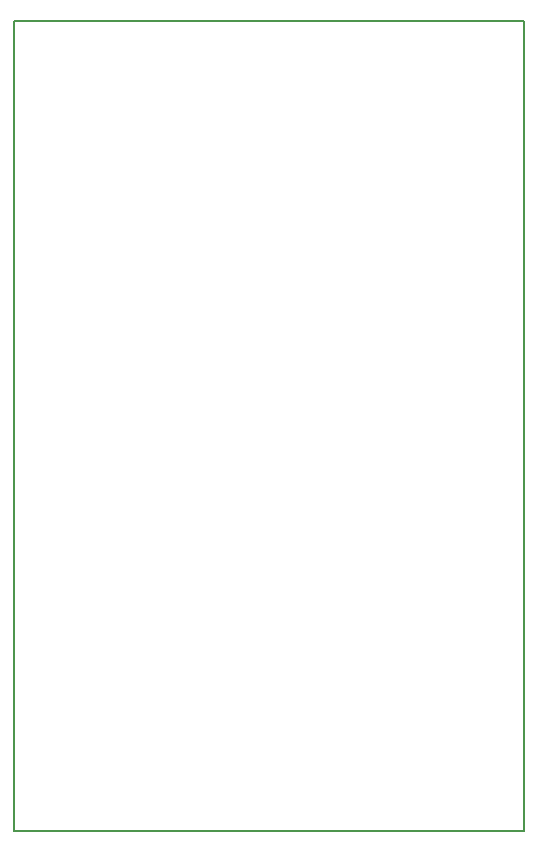
<source format=gbr>
G04 #@! TF.GenerationSoftware,KiCad,Pcbnew,5.0.2-bee76a0~70~ubuntu18.04.1*
G04 #@! TF.CreationDate,2019-01-08T14:18:49+01:00*
G04 #@! TF.ProjectId,lightmeter,6c696768-746d-4657-9465-722e6b696361,rev?*
G04 #@! TF.SameCoordinates,Original*
G04 #@! TF.FileFunction,Profile,NP*
%FSLAX46Y46*%
G04 Gerber Fmt 4.6, Leading zero omitted, Abs format (unit mm)*
G04 Created by KiCad (PCBNEW 5.0.2-bee76a0~70~ubuntu18.04.1) date mar. 08 janv. 2019 14:18:49 CET*
%MOMM*%
%LPD*%
G01*
G04 APERTURE LIST*
%ADD10C,0.150000*%
G04 APERTURE END LIST*
D10*
X27940000Y-81280000D02*
X27940000Y-25400000D01*
X71120000Y-81280000D02*
X27940000Y-81280000D01*
X71120000Y-12700000D02*
X71120000Y-81280000D01*
X27940000Y-12700000D02*
X71120000Y-12700000D01*
X27940000Y-25400000D02*
X27940000Y-12700000D01*
M02*

</source>
